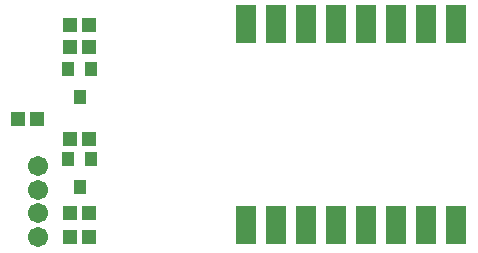
<source format=gbr>
G04*
G04 #@! TF.GenerationSoftware,Altium Limited,Altium Designer,23.6.0 (18)*
G04*
G04 Layer_Color=8388736*
%FSLAX25Y25*%
%MOIN*%
G70*
G04*
G04 #@! TF.SameCoordinates,6FA12667-0DF0-4BCD-80CE-5BD958C659C7*
G04*
G04*
G04 #@! TF.FilePolarity,Negative*
G04*
G01*
G75*
%ADD12R,0.04540X0.04737*%
%ADD13R,0.07099X0.12611*%
%ADD14R,0.04343X0.04540*%
%ADD15R,0.04343X0.04540*%
%ADD16C,0.06706*%
D12*
X57874Y52362D02*
D03*
X51575D02*
D03*
X57874Y90158D02*
D03*
X51575D02*
D03*
X57874Y83071D02*
D03*
X51575D02*
D03*
X40551Y59055D02*
D03*
X34252D02*
D03*
X57874Y19685D02*
D03*
X51575D02*
D03*
Y27559D02*
D03*
X57874D02*
D03*
D13*
X180236Y90551D02*
D03*
X170236D02*
D03*
X160236D02*
D03*
X150236D02*
D03*
X140236D02*
D03*
X120236D02*
D03*
X130236D02*
D03*
X110236D02*
D03*
X140236Y23622D02*
D03*
X180236D02*
D03*
X170236D02*
D03*
X160236D02*
D03*
X150236D02*
D03*
X120236D02*
D03*
X130236D02*
D03*
X110236D02*
D03*
D14*
X58465Y75492D02*
D03*
X54724Y66240D02*
D03*
X58465Y45571D02*
D03*
X54724Y36319D02*
D03*
D15*
X50984Y75492D02*
D03*
Y45571D02*
D03*
D16*
X40945Y19685D02*
D03*
Y27559D02*
D03*
Y35433D02*
D03*
Y43307D02*
D03*
M02*

</source>
